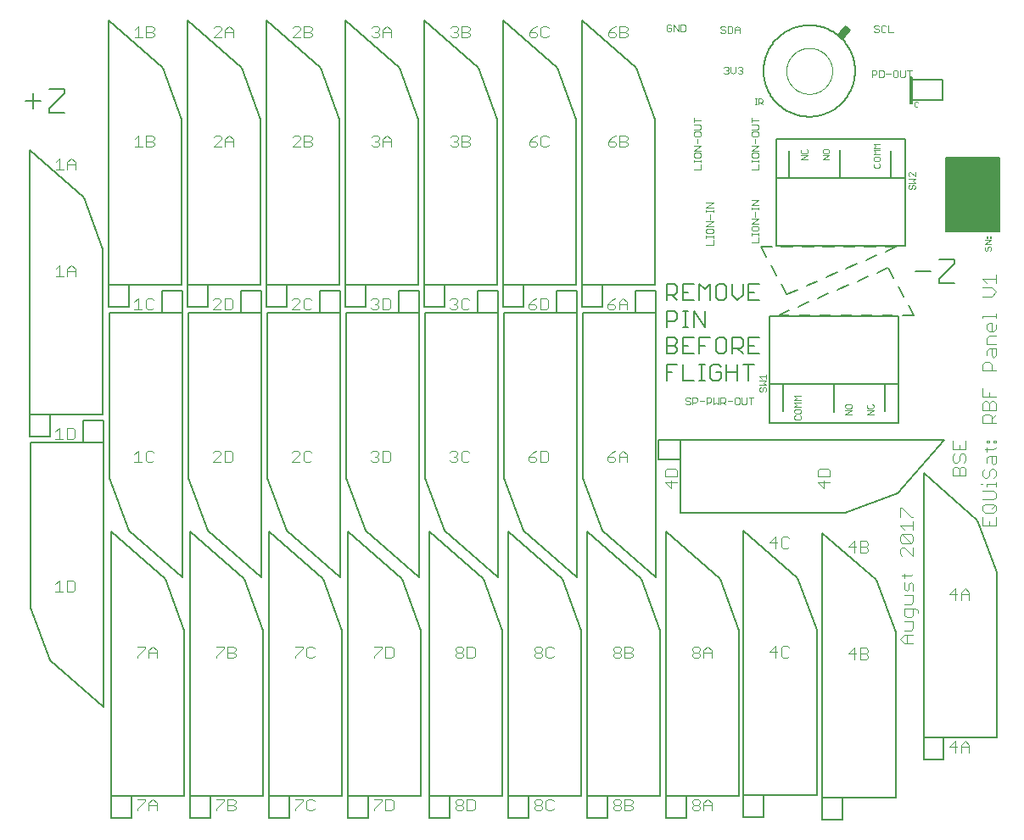
<source format=gto>
G75*
%MOIN*%
%OFA0B0*%
%FSLAX25Y25*%
%IPPOS*%
%LPD*%
%AMOC8*
5,1,8,0,0,1.08239X$1,22.5*
%
%ADD10C,0.00400*%
%ADD11C,0.00600*%
%ADD12C,0.00800*%
%ADD13C,0.00200*%
%ADD14C,0.00500*%
%ADD15C,0.00197*%
%ADD16C,0.00000*%
D10*
X0080047Y0052000D02*
X0080047Y0052767D01*
X0083117Y0055837D01*
X0083117Y0056604D01*
X0080047Y0056604D01*
X0084651Y0055069D02*
X0086186Y0056604D01*
X0087720Y0055069D01*
X0087720Y0052000D01*
X0087720Y0054302D02*
X0084651Y0054302D01*
X0084651Y0055069D02*
X0084651Y0052000D01*
X0111047Y0052000D02*
X0111047Y0052767D01*
X0114117Y0055837D01*
X0114117Y0056604D01*
X0111047Y0056604D01*
X0115651Y0056604D02*
X0117953Y0056604D01*
X0118720Y0055837D01*
X0118720Y0055069D01*
X0117953Y0054302D01*
X0115651Y0054302D01*
X0115651Y0052000D02*
X0115651Y0056604D01*
X0117953Y0054302D02*
X0118720Y0053535D01*
X0118720Y0052767D01*
X0117953Y0052000D01*
X0115651Y0052000D01*
X0142047Y0052000D02*
X0142047Y0052767D01*
X0145117Y0055837D01*
X0145117Y0056604D01*
X0142047Y0056604D01*
X0146651Y0055837D02*
X0146651Y0052767D01*
X0147418Y0052000D01*
X0148953Y0052000D01*
X0149720Y0052767D01*
X0149720Y0055837D02*
X0148953Y0056604D01*
X0147418Y0056604D01*
X0146651Y0055837D01*
X0173047Y0056604D02*
X0176117Y0056604D01*
X0176117Y0055837D01*
X0173047Y0052767D01*
X0173047Y0052000D01*
X0177651Y0052000D02*
X0177651Y0056604D01*
X0179953Y0056604D01*
X0180720Y0055837D01*
X0180720Y0052767D01*
X0179953Y0052000D01*
X0177651Y0052000D01*
X0205024Y0052767D02*
X0205024Y0053535D01*
X0205791Y0054302D01*
X0207326Y0054302D01*
X0208093Y0053535D01*
X0208093Y0052767D01*
X0207326Y0052000D01*
X0205791Y0052000D01*
X0205024Y0052767D01*
X0205791Y0054302D02*
X0205024Y0055069D01*
X0205024Y0055837D01*
X0205791Y0056604D01*
X0207326Y0056604D01*
X0208093Y0055837D01*
X0208093Y0055069D01*
X0207326Y0054302D01*
X0209628Y0056604D02*
X0209628Y0052000D01*
X0211930Y0052000D01*
X0212697Y0052767D01*
X0212697Y0055837D01*
X0211930Y0056604D01*
X0209628Y0056604D01*
X0236024Y0055837D02*
X0236024Y0055069D01*
X0236791Y0054302D01*
X0238326Y0054302D01*
X0239093Y0053535D01*
X0239093Y0052767D01*
X0238326Y0052000D01*
X0236791Y0052000D01*
X0236024Y0052767D01*
X0236024Y0053535D01*
X0236791Y0054302D01*
X0238326Y0054302D02*
X0239093Y0055069D01*
X0239093Y0055837D01*
X0238326Y0056604D01*
X0236791Y0056604D01*
X0236024Y0055837D01*
X0240628Y0055837D02*
X0241395Y0056604D01*
X0242930Y0056604D01*
X0243697Y0055837D01*
X0240628Y0055837D02*
X0240628Y0052767D01*
X0241395Y0052000D01*
X0242930Y0052000D01*
X0243697Y0052767D01*
X0267024Y0052767D02*
X0267024Y0053535D01*
X0267791Y0054302D01*
X0269326Y0054302D01*
X0270093Y0053535D01*
X0270093Y0052767D01*
X0269326Y0052000D01*
X0267791Y0052000D01*
X0267024Y0052767D01*
X0267791Y0054302D02*
X0267024Y0055069D01*
X0267024Y0055837D01*
X0267791Y0056604D01*
X0269326Y0056604D01*
X0270093Y0055837D01*
X0270093Y0055069D01*
X0269326Y0054302D01*
X0271628Y0054302D02*
X0273930Y0054302D01*
X0274697Y0053535D01*
X0274697Y0052767D01*
X0273930Y0052000D01*
X0271628Y0052000D01*
X0271628Y0056604D01*
X0273930Y0056604D01*
X0274697Y0055837D01*
X0274697Y0055069D01*
X0273930Y0054302D01*
X0298024Y0055069D02*
X0298024Y0055837D01*
X0298791Y0056604D01*
X0300326Y0056604D01*
X0301093Y0055837D01*
X0301093Y0055069D01*
X0300326Y0054302D01*
X0298791Y0054302D01*
X0298024Y0055069D01*
X0298791Y0054302D02*
X0298024Y0053535D01*
X0298024Y0052767D01*
X0298791Y0052000D01*
X0300326Y0052000D01*
X0301093Y0052767D01*
X0301093Y0053535D01*
X0300326Y0054302D01*
X0302628Y0054302D02*
X0305697Y0054302D01*
X0305697Y0055069D02*
X0305697Y0052000D01*
X0305697Y0055069D02*
X0304162Y0056604D01*
X0302628Y0055069D01*
X0302628Y0052000D01*
X0302628Y0112000D02*
X0302628Y0115069D01*
X0304162Y0116604D01*
X0305697Y0115069D01*
X0305697Y0112000D01*
X0305697Y0114302D02*
X0302628Y0114302D01*
X0301093Y0115069D02*
X0300326Y0114302D01*
X0298791Y0114302D01*
X0298024Y0115069D01*
X0298024Y0115837D01*
X0298791Y0116604D01*
X0300326Y0116604D01*
X0301093Y0115837D01*
X0301093Y0115069D01*
X0300326Y0114302D02*
X0301093Y0113535D01*
X0301093Y0112767D01*
X0300326Y0112000D01*
X0298791Y0112000D01*
X0298024Y0112767D01*
X0298024Y0113535D01*
X0298791Y0114302D01*
X0274697Y0113535D02*
X0274697Y0112767D01*
X0273930Y0112000D01*
X0271628Y0112000D01*
X0271628Y0116604D01*
X0273930Y0116604D01*
X0274697Y0115837D01*
X0274697Y0115069D01*
X0273930Y0114302D01*
X0271628Y0114302D01*
X0270093Y0115069D02*
X0269326Y0114302D01*
X0267791Y0114302D01*
X0267024Y0115069D01*
X0267024Y0115837D01*
X0267791Y0116604D01*
X0269326Y0116604D01*
X0270093Y0115837D01*
X0270093Y0115069D01*
X0269326Y0114302D02*
X0270093Y0113535D01*
X0270093Y0112767D01*
X0269326Y0112000D01*
X0267791Y0112000D01*
X0267024Y0112767D01*
X0267024Y0113535D01*
X0267791Y0114302D01*
X0273930Y0114302D02*
X0274697Y0113535D01*
X0243697Y0112767D02*
X0242930Y0112000D01*
X0241395Y0112000D01*
X0240628Y0112767D01*
X0240628Y0115837D01*
X0241395Y0116604D01*
X0242930Y0116604D01*
X0243697Y0115837D01*
X0239093Y0115837D02*
X0239093Y0115069D01*
X0238326Y0114302D01*
X0236791Y0114302D01*
X0236024Y0115069D01*
X0236024Y0115837D01*
X0236791Y0116604D01*
X0238326Y0116604D01*
X0239093Y0115837D01*
X0238326Y0114302D02*
X0239093Y0113535D01*
X0239093Y0112767D01*
X0238326Y0112000D01*
X0236791Y0112000D01*
X0236024Y0112767D01*
X0236024Y0113535D01*
X0236791Y0114302D01*
X0212697Y0112767D02*
X0211930Y0112000D01*
X0209628Y0112000D01*
X0209628Y0116604D01*
X0211930Y0116604D01*
X0212697Y0115837D01*
X0212697Y0112767D01*
X0208093Y0112767D02*
X0207326Y0112000D01*
X0205791Y0112000D01*
X0205024Y0112767D01*
X0205024Y0113535D01*
X0205791Y0114302D01*
X0207326Y0114302D01*
X0208093Y0113535D01*
X0208093Y0112767D01*
X0207326Y0114302D02*
X0208093Y0115069D01*
X0208093Y0115837D01*
X0207326Y0116604D01*
X0205791Y0116604D01*
X0205024Y0115837D01*
X0205024Y0115069D01*
X0205791Y0114302D01*
X0180720Y0115837D02*
X0179953Y0116604D01*
X0177651Y0116604D01*
X0177651Y0112000D01*
X0179953Y0112000D01*
X0180720Y0112767D01*
X0180720Y0115837D01*
X0176117Y0115837D02*
X0173047Y0112767D01*
X0173047Y0112000D01*
X0173047Y0116604D02*
X0176117Y0116604D01*
X0176117Y0115837D01*
X0149720Y0115837D02*
X0148953Y0116604D01*
X0147418Y0116604D01*
X0146651Y0115837D01*
X0146651Y0112767D01*
X0147418Y0112000D01*
X0148953Y0112000D01*
X0149720Y0112767D01*
X0145117Y0115837D02*
X0142047Y0112767D01*
X0142047Y0112000D01*
X0142047Y0116604D02*
X0145117Y0116604D01*
X0145117Y0115837D01*
X0118720Y0115837D02*
X0118720Y0115069D01*
X0117953Y0114302D01*
X0115651Y0114302D01*
X0114117Y0115837D02*
X0111047Y0112767D01*
X0111047Y0112000D01*
X0111047Y0116604D02*
X0114117Y0116604D01*
X0114117Y0115837D01*
X0115651Y0116604D02*
X0117953Y0116604D01*
X0118720Y0115837D01*
X0117953Y0114302D02*
X0118720Y0113535D01*
X0118720Y0112767D01*
X0117953Y0112000D01*
X0115651Y0112000D01*
X0115651Y0116604D01*
X0087720Y0115069D02*
X0087720Y0112000D01*
X0087720Y0114302D02*
X0084651Y0114302D01*
X0084651Y0115069D02*
X0086186Y0116604D01*
X0087720Y0115069D01*
X0084651Y0115069D02*
X0084651Y0112000D01*
X0083117Y0115837D02*
X0080047Y0112767D01*
X0080047Y0112000D01*
X0080047Y0116604D02*
X0083117Y0116604D01*
X0083117Y0115837D01*
X0055513Y0138767D02*
X0055513Y0141837D01*
X0054745Y0142604D01*
X0052443Y0142604D01*
X0052443Y0138000D01*
X0054745Y0138000D01*
X0055513Y0138767D01*
X0050909Y0138000D02*
X0047839Y0138000D01*
X0049374Y0138000D02*
X0049374Y0142604D01*
X0047839Y0141069D01*
X0078839Y0189000D02*
X0081909Y0189000D01*
X0080374Y0189000D02*
X0080374Y0193604D01*
X0078839Y0192069D01*
X0083443Y0192837D02*
X0083443Y0189767D01*
X0084211Y0189000D01*
X0085745Y0189000D01*
X0086513Y0189767D01*
X0086513Y0192837D02*
X0085745Y0193604D01*
X0084211Y0193604D01*
X0083443Y0192837D01*
X0109839Y0192837D02*
X0110607Y0193604D01*
X0112141Y0193604D01*
X0112909Y0192837D01*
X0112909Y0192069D01*
X0109839Y0189000D01*
X0112909Y0189000D01*
X0114443Y0189000D02*
X0116745Y0189000D01*
X0117513Y0189767D01*
X0117513Y0192837D01*
X0116745Y0193604D01*
X0114443Y0193604D01*
X0114443Y0189000D01*
X0140839Y0189000D02*
X0143909Y0192069D01*
X0143909Y0192837D01*
X0143141Y0193604D01*
X0141607Y0193604D01*
X0140839Y0192837D01*
X0140839Y0189000D02*
X0143909Y0189000D01*
X0145443Y0189767D02*
X0145443Y0192837D01*
X0146211Y0193604D01*
X0147745Y0193604D01*
X0148513Y0192837D01*
X0148513Y0189767D02*
X0147745Y0189000D01*
X0146211Y0189000D01*
X0145443Y0189767D01*
X0171839Y0189767D02*
X0172607Y0189000D01*
X0174141Y0189000D01*
X0174909Y0189767D01*
X0174909Y0190535D01*
X0174141Y0191302D01*
X0173374Y0191302D01*
X0174141Y0191302D02*
X0174909Y0192069D01*
X0174909Y0192837D01*
X0174141Y0193604D01*
X0172607Y0193604D01*
X0171839Y0192837D01*
X0176443Y0193604D02*
X0178745Y0193604D01*
X0179513Y0192837D01*
X0179513Y0189767D01*
X0178745Y0189000D01*
X0176443Y0189000D01*
X0176443Y0193604D01*
X0202839Y0192837D02*
X0203607Y0193604D01*
X0205141Y0193604D01*
X0205909Y0192837D01*
X0205909Y0192069D01*
X0205141Y0191302D01*
X0205909Y0190535D01*
X0205909Y0189767D01*
X0205141Y0189000D01*
X0203607Y0189000D01*
X0202839Y0189767D01*
X0204374Y0191302D02*
X0205141Y0191302D01*
X0207443Y0192837D02*
X0207443Y0189767D01*
X0208211Y0189000D01*
X0209745Y0189000D01*
X0210513Y0189767D01*
X0210513Y0192837D02*
X0209745Y0193604D01*
X0208211Y0193604D01*
X0207443Y0192837D01*
X0233839Y0191302D02*
X0236141Y0191302D01*
X0236909Y0190535D01*
X0236909Y0189767D01*
X0236141Y0189000D01*
X0234607Y0189000D01*
X0233839Y0189767D01*
X0233839Y0191302D01*
X0235374Y0192837D01*
X0236909Y0193604D01*
X0238443Y0193604D02*
X0238443Y0189000D01*
X0240745Y0189000D01*
X0241513Y0189767D01*
X0241513Y0192837D01*
X0240745Y0193604D01*
X0238443Y0193604D01*
X0264839Y0191302D02*
X0267141Y0191302D01*
X0267909Y0190535D01*
X0267909Y0189767D01*
X0267141Y0189000D01*
X0265607Y0189000D01*
X0264839Y0189767D01*
X0264839Y0191302D01*
X0266374Y0192837D01*
X0267909Y0193604D01*
X0269443Y0192069D02*
X0270978Y0193604D01*
X0272513Y0192069D01*
X0272513Y0189000D01*
X0272513Y0191302D02*
X0269443Y0191302D01*
X0269443Y0192069D02*
X0269443Y0189000D01*
X0287516Y0185769D02*
X0287516Y0183467D01*
X0292120Y0183467D01*
X0292120Y0185769D01*
X0291352Y0186536D01*
X0288283Y0186536D01*
X0287516Y0185769D01*
X0289818Y0181932D02*
X0289818Y0178863D01*
X0287516Y0181165D01*
X0292120Y0181165D01*
X0328520Y0157515D02*
X0331589Y0157515D01*
X0333124Y0159049D02*
X0333891Y0159817D01*
X0335426Y0159817D01*
X0336193Y0159049D01*
X0336193Y0155980D02*
X0335426Y0155213D01*
X0333891Y0155213D01*
X0333124Y0155980D01*
X0333124Y0159049D01*
X0330822Y0159817D02*
X0328520Y0157515D01*
X0330822Y0155213D02*
X0330822Y0159817D01*
X0349818Y0178863D02*
X0347516Y0181165D01*
X0352120Y0181165D01*
X0352120Y0183467D02*
X0347516Y0183467D01*
X0347516Y0185769D01*
X0348283Y0186536D01*
X0351352Y0186536D01*
X0352120Y0185769D01*
X0352120Y0183467D01*
X0349818Y0181932D02*
X0349818Y0178863D01*
X0361822Y0158013D02*
X0359520Y0155711D01*
X0362589Y0155711D01*
X0364124Y0155711D02*
X0366426Y0155711D01*
X0367193Y0154944D01*
X0367193Y0154177D01*
X0366426Y0153409D01*
X0364124Y0153409D01*
X0364124Y0158013D01*
X0366426Y0158013D01*
X0367193Y0157246D01*
X0367193Y0156479D01*
X0366426Y0155711D01*
X0361822Y0153409D02*
X0361822Y0158013D01*
X0379742Y0158187D02*
X0379742Y0159922D01*
X0380609Y0160789D01*
X0384079Y0157320D01*
X0384946Y0158187D01*
X0384946Y0159922D01*
X0384079Y0160789D01*
X0380609Y0160789D01*
X0381477Y0162476D02*
X0379742Y0164211D01*
X0384946Y0164211D01*
X0384946Y0162476D02*
X0384946Y0165946D01*
X0384946Y0167633D02*
X0384079Y0167633D01*
X0380609Y0171102D01*
X0379742Y0171102D01*
X0379742Y0167633D01*
X0379742Y0158187D02*
X0380609Y0157320D01*
X0384079Y0157320D01*
X0384946Y0155633D02*
X0384946Y0152163D01*
X0381477Y0155633D01*
X0380609Y0155633D01*
X0379742Y0154766D01*
X0379742Y0153031D01*
X0380609Y0152163D01*
X0381477Y0145304D02*
X0381477Y0143569D01*
X0380609Y0144437D02*
X0384079Y0144437D01*
X0384946Y0145304D01*
X0384079Y0141883D02*
X0383212Y0141015D01*
X0383212Y0139280D01*
X0382344Y0138413D01*
X0381477Y0139280D01*
X0381477Y0141883D01*
X0384079Y0141883D02*
X0384946Y0141015D01*
X0384946Y0138413D01*
X0384946Y0136726D02*
X0381477Y0136726D01*
X0381477Y0133257D02*
X0384079Y0133257D01*
X0384946Y0134124D01*
X0384946Y0136726D01*
X0384946Y0131570D02*
X0384946Y0128968D01*
X0384079Y0128100D01*
X0382344Y0128100D01*
X0381477Y0128968D01*
X0381477Y0131570D01*
X0385814Y0131570D01*
X0386681Y0130702D01*
X0386681Y0129835D01*
X0384946Y0126413D02*
X0381477Y0126413D01*
X0381477Y0122944D02*
X0384079Y0122944D01*
X0384946Y0123811D01*
X0384946Y0126413D01*
X0384946Y0121257D02*
X0381477Y0121257D01*
X0379742Y0119522D01*
X0381477Y0117787D01*
X0384946Y0117787D01*
X0382344Y0117787D02*
X0382344Y0121257D01*
X0367193Y0115246D02*
X0367193Y0114479D01*
X0366426Y0113711D01*
X0364124Y0113711D01*
X0362589Y0113711D02*
X0359520Y0113711D01*
X0361822Y0116013D01*
X0361822Y0111409D01*
X0364124Y0111409D02*
X0366426Y0111409D01*
X0367193Y0112177D01*
X0367193Y0112944D01*
X0366426Y0113711D01*
X0367193Y0115246D02*
X0366426Y0116013D01*
X0364124Y0116013D01*
X0364124Y0111409D01*
X0336193Y0112980D02*
X0335426Y0112213D01*
X0333891Y0112213D01*
X0333124Y0112980D01*
X0333124Y0116049D01*
X0333891Y0116817D01*
X0335426Y0116817D01*
X0336193Y0116049D01*
X0331589Y0114515D02*
X0328520Y0114515D01*
X0330822Y0116817D01*
X0330822Y0112213D01*
X0399220Y0137200D02*
X0402290Y0137200D01*
X0403824Y0137200D02*
X0406894Y0137200D01*
X0406894Y0137967D02*
X0406894Y0134898D01*
X0406894Y0137967D02*
X0405359Y0139502D01*
X0403824Y0137967D01*
X0403824Y0134898D01*
X0401522Y0134898D02*
X0401522Y0139502D01*
X0399220Y0137200D01*
X0412199Y0164028D02*
X0417403Y0164028D01*
X0417403Y0167497D01*
X0416536Y0169184D02*
X0413066Y0169184D01*
X0412199Y0170051D01*
X0412199Y0171786D01*
X0413066Y0172654D01*
X0416536Y0172654D01*
X0417403Y0171786D01*
X0417403Y0170051D01*
X0416536Y0169184D01*
X0415668Y0170919D02*
X0417403Y0172654D01*
X0416536Y0174340D02*
X0412199Y0174340D01*
X0412199Y0177810D02*
X0416536Y0177810D01*
X0417403Y0176943D01*
X0417403Y0175208D01*
X0416536Y0174340D01*
X0417403Y0179497D02*
X0417403Y0181232D01*
X0417403Y0180364D02*
X0413934Y0180364D01*
X0413934Y0179497D01*
X0412199Y0180364D02*
X0411331Y0180364D01*
X0413066Y0182934D02*
X0413934Y0182934D01*
X0414801Y0183802D01*
X0414801Y0185537D01*
X0415668Y0186404D01*
X0416536Y0186404D01*
X0417403Y0185537D01*
X0417403Y0183802D01*
X0416536Y0182934D01*
X0413066Y0182934D02*
X0412199Y0183802D01*
X0412199Y0185537D01*
X0413066Y0186404D01*
X0413934Y0188958D02*
X0413934Y0190693D01*
X0414801Y0191560D01*
X0417403Y0191560D01*
X0417403Y0188958D01*
X0416536Y0188091D01*
X0415668Y0188958D01*
X0415668Y0191560D01*
X0413934Y0193247D02*
X0413934Y0194982D01*
X0413066Y0194115D02*
X0416536Y0194115D01*
X0417403Y0194982D01*
X0417403Y0196685D02*
X0416536Y0196685D01*
X0416536Y0197552D01*
X0417403Y0197552D01*
X0417403Y0196685D01*
X0414801Y0196685D02*
X0414801Y0197552D01*
X0413934Y0197552D01*
X0413934Y0196685D01*
X0414801Y0196685D01*
X0405616Y0197538D02*
X0405616Y0194069D01*
X0400411Y0194069D01*
X0400411Y0197538D01*
X0403014Y0195804D02*
X0403014Y0194069D01*
X0403881Y0192382D02*
X0404748Y0192382D01*
X0405616Y0191515D01*
X0405616Y0189780D01*
X0404748Y0188912D01*
X0404748Y0187226D02*
X0403881Y0187226D01*
X0403014Y0186358D01*
X0403014Y0183756D01*
X0405616Y0183756D02*
X0400411Y0183756D01*
X0400411Y0186358D01*
X0401279Y0187226D01*
X0402146Y0187226D01*
X0403014Y0186358D01*
X0404748Y0187226D02*
X0405616Y0186358D01*
X0405616Y0183756D01*
X0402146Y0188912D02*
X0403014Y0189780D01*
X0403014Y0191515D01*
X0403881Y0192382D01*
X0401279Y0192382D02*
X0400411Y0191515D01*
X0400411Y0189780D01*
X0401279Y0188912D01*
X0402146Y0188912D01*
X0412199Y0204419D02*
X0412199Y0207022D01*
X0413066Y0207889D01*
X0414801Y0207889D01*
X0415668Y0207022D01*
X0415668Y0204419D01*
X0415668Y0206154D02*
X0417403Y0207889D01*
X0417403Y0209576D02*
X0417403Y0212178D01*
X0416536Y0213045D01*
X0415668Y0213045D01*
X0414801Y0212178D01*
X0414801Y0209576D01*
X0414801Y0212178D02*
X0413934Y0213045D01*
X0413066Y0213045D01*
X0412199Y0212178D01*
X0412199Y0209576D01*
X0417403Y0209576D01*
X0417403Y0214732D02*
X0412199Y0214732D01*
X0412199Y0218202D01*
X0414801Y0216467D02*
X0414801Y0214732D01*
X0417403Y0204419D02*
X0412199Y0204419D01*
X0412199Y0225045D02*
X0412199Y0227647D01*
X0413066Y0228515D01*
X0414801Y0228515D01*
X0415668Y0227647D01*
X0415668Y0225045D01*
X0417403Y0225045D02*
X0412199Y0225045D01*
X0413934Y0231069D02*
X0413934Y0232804D01*
X0414801Y0233671D01*
X0417403Y0233671D01*
X0417403Y0231069D01*
X0416536Y0230201D01*
X0415668Y0231069D01*
X0415668Y0233671D01*
X0413934Y0235358D02*
X0413934Y0237960D01*
X0414801Y0238827D01*
X0417403Y0238827D01*
X0416536Y0240514D02*
X0414801Y0240514D01*
X0413934Y0241382D01*
X0413934Y0243116D01*
X0414801Y0243984D01*
X0415668Y0243984D01*
X0415668Y0240514D01*
X0416536Y0240514D02*
X0417403Y0241382D01*
X0417403Y0243116D01*
X0417403Y0245671D02*
X0417403Y0247405D01*
X0417403Y0246538D02*
X0412199Y0246538D01*
X0412199Y0245671D01*
X0412199Y0254265D02*
X0415668Y0254265D01*
X0417403Y0255999D01*
X0415668Y0257734D01*
X0412199Y0257734D01*
X0413934Y0259421D02*
X0412199Y0261156D01*
X0417403Y0261156D01*
X0417403Y0259421D02*
X0417403Y0262891D01*
X0417403Y0235358D02*
X0413934Y0235358D01*
X0412199Y0167497D02*
X0412199Y0164028D01*
X0414801Y0164028D02*
X0414801Y0165762D01*
X0405359Y0079502D02*
X0403824Y0077967D01*
X0403824Y0074898D01*
X0401522Y0074898D02*
X0401522Y0079502D01*
X0399220Y0077200D01*
X0402290Y0077200D01*
X0403824Y0077200D02*
X0406894Y0077200D01*
X0406894Y0077967D02*
X0406894Y0074898D01*
X0406894Y0077967D02*
X0405359Y0079502D01*
X0272513Y0249000D02*
X0272513Y0252069D01*
X0270978Y0253604D01*
X0269443Y0252069D01*
X0269443Y0249000D01*
X0267909Y0249767D02*
X0267909Y0250535D01*
X0267141Y0251302D01*
X0264839Y0251302D01*
X0264839Y0249767D01*
X0265607Y0249000D01*
X0267141Y0249000D01*
X0267909Y0249767D01*
X0269443Y0251302D02*
X0272513Y0251302D01*
X0267909Y0253604D02*
X0266374Y0252837D01*
X0264839Y0251302D01*
X0241513Y0252837D02*
X0240745Y0253604D01*
X0238443Y0253604D01*
X0238443Y0249000D01*
X0240745Y0249000D01*
X0241513Y0249767D01*
X0241513Y0252837D01*
X0236909Y0253604D02*
X0235374Y0252837D01*
X0233839Y0251302D01*
X0236141Y0251302D01*
X0236909Y0250535D01*
X0236909Y0249767D01*
X0236141Y0249000D01*
X0234607Y0249000D01*
X0233839Y0249767D01*
X0233839Y0251302D01*
X0210513Y0252837D02*
X0209745Y0253604D01*
X0208211Y0253604D01*
X0207443Y0252837D01*
X0207443Y0249767D01*
X0208211Y0249000D01*
X0209745Y0249000D01*
X0210513Y0249767D01*
X0205909Y0249767D02*
X0205141Y0249000D01*
X0203607Y0249000D01*
X0202839Y0249767D01*
X0204374Y0251302D02*
X0205141Y0251302D01*
X0205909Y0250535D01*
X0205909Y0249767D01*
X0205141Y0251302D02*
X0205909Y0252069D01*
X0205909Y0252837D01*
X0205141Y0253604D01*
X0203607Y0253604D01*
X0202839Y0252837D01*
X0179513Y0252837D02*
X0178745Y0253604D01*
X0176443Y0253604D01*
X0176443Y0249000D01*
X0178745Y0249000D01*
X0179513Y0249767D01*
X0179513Y0252837D01*
X0174909Y0252837D02*
X0174141Y0253604D01*
X0172607Y0253604D01*
X0171839Y0252837D01*
X0173374Y0251302D02*
X0174141Y0251302D01*
X0174909Y0250535D01*
X0174909Y0249767D01*
X0174141Y0249000D01*
X0172607Y0249000D01*
X0171839Y0249767D01*
X0174141Y0251302D02*
X0174909Y0252069D01*
X0174909Y0252837D01*
X0148513Y0252837D02*
X0147745Y0253604D01*
X0146211Y0253604D01*
X0145443Y0252837D01*
X0145443Y0249767D01*
X0146211Y0249000D01*
X0147745Y0249000D01*
X0148513Y0249767D01*
X0143909Y0249000D02*
X0140839Y0249000D01*
X0143909Y0252069D01*
X0143909Y0252837D01*
X0143141Y0253604D01*
X0141607Y0253604D01*
X0140839Y0252837D01*
X0117513Y0252837D02*
X0116745Y0253604D01*
X0114443Y0253604D01*
X0114443Y0249000D01*
X0116745Y0249000D01*
X0117513Y0249767D01*
X0117513Y0252837D01*
X0112909Y0252837D02*
X0112141Y0253604D01*
X0110607Y0253604D01*
X0109839Y0252837D01*
X0112909Y0252837D02*
X0112909Y0252069D01*
X0109839Y0249000D01*
X0112909Y0249000D01*
X0086513Y0249767D02*
X0085745Y0249000D01*
X0084211Y0249000D01*
X0083443Y0249767D01*
X0083443Y0252837D01*
X0084211Y0253604D01*
X0085745Y0253604D01*
X0086513Y0252837D01*
X0081909Y0249000D02*
X0078839Y0249000D01*
X0080374Y0249000D02*
X0080374Y0253604D01*
X0078839Y0252069D01*
X0055720Y0262000D02*
X0055720Y0265069D01*
X0054186Y0266604D01*
X0052651Y0265069D01*
X0052651Y0262000D01*
X0051117Y0262000D02*
X0048047Y0262000D01*
X0049582Y0262000D02*
X0049582Y0266604D01*
X0048047Y0265069D01*
X0052651Y0264302D02*
X0055720Y0264302D01*
X0055720Y0304000D02*
X0055720Y0307069D01*
X0054186Y0308604D01*
X0052651Y0307069D01*
X0052651Y0304000D01*
X0051117Y0304000D02*
X0048047Y0304000D01*
X0049582Y0304000D02*
X0049582Y0308604D01*
X0048047Y0307069D01*
X0052651Y0306302D02*
X0055720Y0306302D01*
X0079047Y0313000D02*
X0082117Y0313000D01*
X0083651Y0313000D02*
X0083651Y0317604D01*
X0085953Y0317604D01*
X0086720Y0316837D01*
X0086720Y0316069D01*
X0085953Y0315302D01*
X0083651Y0315302D01*
X0083651Y0313000D02*
X0085953Y0313000D01*
X0086720Y0313767D01*
X0086720Y0314535D01*
X0085953Y0315302D01*
X0080582Y0317604D02*
X0080582Y0313000D01*
X0079047Y0316069D02*
X0080582Y0317604D01*
X0110047Y0316837D02*
X0110815Y0317604D01*
X0112349Y0317604D01*
X0113117Y0316837D01*
X0113117Y0316069D01*
X0110047Y0313000D01*
X0113117Y0313000D01*
X0114651Y0313000D02*
X0114651Y0316069D01*
X0116186Y0317604D01*
X0117720Y0316069D01*
X0117720Y0313000D01*
X0117720Y0315302D02*
X0114651Y0315302D01*
X0141047Y0316837D02*
X0141815Y0317604D01*
X0143349Y0317604D01*
X0144117Y0316837D01*
X0144117Y0316069D01*
X0141047Y0313000D01*
X0144117Y0313000D01*
X0145651Y0313000D02*
X0147953Y0313000D01*
X0148720Y0313767D01*
X0148720Y0314535D01*
X0147953Y0315302D01*
X0145651Y0315302D01*
X0145651Y0317604D02*
X0147953Y0317604D01*
X0148720Y0316837D01*
X0148720Y0316069D01*
X0147953Y0315302D01*
X0145651Y0313000D02*
X0145651Y0317604D01*
X0172047Y0316837D02*
X0172815Y0317604D01*
X0174349Y0317604D01*
X0175117Y0316837D01*
X0175117Y0316069D01*
X0174349Y0315302D01*
X0175117Y0314535D01*
X0175117Y0313767D01*
X0174349Y0313000D01*
X0172815Y0313000D01*
X0172047Y0313767D01*
X0173582Y0315302D02*
X0174349Y0315302D01*
X0176651Y0315302D02*
X0179720Y0315302D01*
X0179720Y0316069D02*
X0179720Y0313000D01*
X0176651Y0313000D02*
X0176651Y0316069D01*
X0178186Y0317604D01*
X0179720Y0316069D01*
X0203047Y0316837D02*
X0203815Y0317604D01*
X0205349Y0317604D01*
X0206117Y0316837D01*
X0206117Y0316069D01*
X0205349Y0315302D01*
X0206117Y0314535D01*
X0206117Y0313767D01*
X0205349Y0313000D01*
X0203815Y0313000D01*
X0203047Y0313767D01*
X0204582Y0315302D02*
X0205349Y0315302D01*
X0207651Y0315302D02*
X0209953Y0315302D01*
X0210720Y0314535D01*
X0210720Y0313767D01*
X0209953Y0313000D01*
X0207651Y0313000D01*
X0207651Y0317604D01*
X0209953Y0317604D01*
X0210720Y0316837D01*
X0210720Y0316069D01*
X0209953Y0315302D01*
X0234047Y0315302D02*
X0234047Y0313767D01*
X0234815Y0313000D01*
X0236349Y0313000D01*
X0237117Y0313767D01*
X0237117Y0314535D01*
X0236349Y0315302D01*
X0234047Y0315302D01*
X0235582Y0316837D01*
X0237117Y0317604D01*
X0238651Y0316837D02*
X0238651Y0313767D01*
X0239418Y0313000D01*
X0240953Y0313000D01*
X0241720Y0313767D01*
X0241720Y0316837D02*
X0240953Y0317604D01*
X0239418Y0317604D01*
X0238651Y0316837D01*
X0265047Y0315302D02*
X0265047Y0313767D01*
X0265815Y0313000D01*
X0267349Y0313000D01*
X0268117Y0313767D01*
X0268117Y0314535D01*
X0267349Y0315302D01*
X0265047Y0315302D01*
X0266582Y0316837D01*
X0268117Y0317604D01*
X0269651Y0317604D02*
X0271953Y0317604D01*
X0272720Y0316837D01*
X0272720Y0316069D01*
X0271953Y0315302D01*
X0269651Y0315302D01*
X0269651Y0313000D02*
X0269651Y0317604D01*
X0271953Y0315302D02*
X0272720Y0314535D01*
X0272720Y0313767D01*
X0271953Y0313000D01*
X0269651Y0313000D01*
X0269651Y0356000D02*
X0271953Y0356000D01*
X0272720Y0356767D01*
X0272720Y0357535D01*
X0271953Y0358302D01*
X0269651Y0358302D01*
X0268117Y0357535D02*
X0267349Y0358302D01*
X0265047Y0358302D01*
X0265047Y0356767D01*
X0265815Y0356000D01*
X0267349Y0356000D01*
X0268117Y0356767D01*
X0268117Y0357535D01*
X0269651Y0356000D02*
X0269651Y0360604D01*
X0271953Y0360604D01*
X0272720Y0359837D01*
X0272720Y0359069D01*
X0271953Y0358302D01*
X0268117Y0360604D02*
X0266582Y0359837D01*
X0265047Y0358302D01*
X0241720Y0359837D02*
X0240953Y0360604D01*
X0239418Y0360604D01*
X0238651Y0359837D01*
X0238651Y0356767D01*
X0239418Y0356000D01*
X0240953Y0356000D01*
X0241720Y0356767D01*
X0237117Y0356767D02*
X0236349Y0356000D01*
X0234815Y0356000D01*
X0234047Y0356767D01*
X0234047Y0358302D01*
X0236349Y0358302D01*
X0237117Y0357535D01*
X0237117Y0356767D01*
X0235582Y0359837D02*
X0234047Y0358302D01*
X0235582Y0359837D02*
X0237117Y0360604D01*
X0210720Y0359837D02*
X0210720Y0359069D01*
X0209953Y0358302D01*
X0207651Y0358302D01*
X0206117Y0359069D02*
X0205349Y0358302D01*
X0206117Y0357535D01*
X0206117Y0356767D01*
X0205349Y0356000D01*
X0203815Y0356000D01*
X0203047Y0356767D01*
X0204582Y0358302D02*
X0205349Y0358302D01*
X0206117Y0359069D02*
X0206117Y0359837D01*
X0205349Y0360604D01*
X0203815Y0360604D01*
X0203047Y0359837D01*
X0207651Y0360604D02*
X0207651Y0356000D01*
X0209953Y0356000D01*
X0210720Y0356767D01*
X0210720Y0357535D01*
X0209953Y0358302D01*
X0210720Y0359837D02*
X0209953Y0360604D01*
X0207651Y0360604D01*
X0179720Y0359069D02*
X0179720Y0356000D01*
X0179720Y0358302D02*
X0176651Y0358302D01*
X0176651Y0359069D02*
X0178186Y0360604D01*
X0179720Y0359069D01*
X0176651Y0359069D02*
X0176651Y0356000D01*
X0175117Y0356767D02*
X0174349Y0356000D01*
X0172815Y0356000D01*
X0172047Y0356767D01*
X0173582Y0358302D02*
X0174349Y0358302D01*
X0175117Y0357535D01*
X0175117Y0356767D01*
X0174349Y0358302D02*
X0175117Y0359069D01*
X0175117Y0359837D01*
X0174349Y0360604D01*
X0172815Y0360604D01*
X0172047Y0359837D01*
X0148720Y0359837D02*
X0148720Y0359069D01*
X0147953Y0358302D01*
X0145651Y0358302D01*
X0144117Y0359069D02*
X0144117Y0359837D01*
X0143349Y0360604D01*
X0141815Y0360604D01*
X0141047Y0359837D01*
X0144117Y0359069D02*
X0141047Y0356000D01*
X0144117Y0356000D01*
X0145651Y0356000D02*
X0147953Y0356000D01*
X0148720Y0356767D01*
X0148720Y0357535D01*
X0147953Y0358302D01*
X0148720Y0359837D02*
X0147953Y0360604D01*
X0145651Y0360604D01*
X0145651Y0356000D01*
X0117720Y0356000D02*
X0117720Y0359069D01*
X0116186Y0360604D01*
X0114651Y0359069D01*
X0114651Y0356000D01*
X0113117Y0356000D02*
X0110047Y0356000D01*
X0113117Y0359069D01*
X0113117Y0359837D01*
X0112349Y0360604D01*
X0110815Y0360604D01*
X0110047Y0359837D01*
X0114651Y0358302D02*
X0117720Y0358302D01*
X0086720Y0357535D02*
X0086720Y0356767D01*
X0085953Y0356000D01*
X0083651Y0356000D01*
X0083651Y0360604D01*
X0085953Y0360604D01*
X0086720Y0359837D01*
X0086720Y0359069D01*
X0085953Y0358302D01*
X0083651Y0358302D01*
X0085953Y0358302D02*
X0086720Y0357535D01*
X0082117Y0356000D02*
X0079047Y0356000D01*
X0080582Y0356000D02*
X0080582Y0360604D01*
X0079047Y0359069D01*
X0054745Y0202604D02*
X0052443Y0202604D01*
X0052443Y0198000D01*
X0054745Y0198000D01*
X0055513Y0198767D01*
X0055513Y0201837D01*
X0054745Y0202604D01*
X0049374Y0202604D02*
X0049374Y0198000D01*
X0047839Y0198000D02*
X0050909Y0198000D01*
X0047839Y0201069D02*
X0049374Y0202604D01*
D11*
X0288006Y0221234D02*
X0288006Y0227639D01*
X0292276Y0227639D01*
X0294451Y0227639D02*
X0294451Y0221234D01*
X0298721Y0221234D01*
X0300897Y0221234D02*
X0303032Y0221234D01*
X0301964Y0221234D02*
X0301964Y0227639D01*
X0300897Y0227639D02*
X0303032Y0227639D01*
X0305194Y0226572D02*
X0305194Y0222301D01*
X0306261Y0221234D01*
X0308396Y0221234D01*
X0309464Y0222301D01*
X0309464Y0224437D01*
X0307329Y0224437D01*
X0309464Y0226572D02*
X0308396Y0227639D01*
X0306261Y0227639D01*
X0305194Y0226572D01*
X0308410Y0231734D02*
X0310545Y0231734D01*
X0311612Y0232801D01*
X0311612Y0237072D01*
X0310545Y0238139D01*
X0308410Y0238139D01*
X0307342Y0237072D01*
X0307342Y0232801D01*
X0308410Y0231734D01*
X0311639Y0227639D02*
X0311639Y0221234D01*
X0311639Y0224437D02*
X0315909Y0224437D01*
X0315909Y0227639D02*
X0315909Y0221234D01*
X0320220Y0221234D02*
X0320220Y0227639D01*
X0322355Y0227639D02*
X0318084Y0227639D01*
X0318058Y0231734D02*
X0315923Y0233869D01*
X0316990Y0233869D02*
X0313788Y0233869D01*
X0313788Y0231734D02*
X0313788Y0238139D01*
X0316990Y0238139D01*
X0318058Y0237072D01*
X0318058Y0234937D01*
X0316990Y0233869D01*
X0320233Y0234937D02*
X0322368Y0234937D01*
X0324503Y0238139D02*
X0320233Y0238139D01*
X0320233Y0231734D01*
X0324503Y0231734D01*
X0305167Y0238139D02*
X0300897Y0238139D01*
X0300897Y0231734D01*
X0298721Y0231734D02*
X0294451Y0231734D01*
X0294451Y0238139D01*
X0298721Y0238139D01*
X0296586Y0234937D02*
X0294451Y0234937D01*
X0292276Y0236004D02*
X0291208Y0234937D01*
X0288006Y0234937D01*
X0291208Y0234937D02*
X0292276Y0233869D01*
X0292276Y0232801D01*
X0291208Y0231734D01*
X0288006Y0231734D01*
X0288006Y0238139D01*
X0291208Y0238139D01*
X0292276Y0237072D01*
X0292276Y0236004D01*
X0294451Y0242234D02*
X0296586Y0242234D01*
X0295519Y0242234D02*
X0295519Y0248639D01*
X0296586Y0248639D02*
X0294451Y0248639D01*
X0292276Y0247572D02*
X0292276Y0245437D01*
X0291208Y0244369D01*
X0288006Y0244369D01*
X0288006Y0242234D02*
X0288006Y0248639D01*
X0291208Y0248639D01*
X0292276Y0247572D01*
X0292276Y0252734D02*
X0290141Y0254869D01*
X0291208Y0254869D02*
X0288006Y0254869D01*
X0288006Y0252734D02*
X0288006Y0259139D01*
X0291208Y0259139D01*
X0292276Y0258072D01*
X0292276Y0255937D01*
X0291208Y0254869D01*
X0294451Y0255937D02*
X0296586Y0255937D01*
X0294451Y0259139D02*
X0294451Y0252734D01*
X0298721Y0252734D01*
X0300897Y0252734D02*
X0300897Y0259139D01*
X0303032Y0257004D01*
X0305167Y0259139D01*
X0305167Y0252734D01*
X0307342Y0253801D02*
X0308410Y0252734D01*
X0310545Y0252734D01*
X0311612Y0253801D01*
X0311612Y0258072D01*
X0310545Y0259139D01*
X0308410Y0259139D01*
X0307342Y0258072D01*
X0307342Y0253801D01*
X0313788Y0254869D02*
X0313788Y0259139D01*
X0318058Y0259139D02*
X0318058Y0254869D01*
X0315923Y0252734D01*
X0313788Y0254869D01*
X0320233Y0255937D02*
X0322368Y0255937D01*
X0320233Y0259139D02*
X0320233Y0252734D01*
X0324503Y0252734D01*
X0324503Y0259139D02*
X0320233Y0259139D01*
X0303018Y0248639D02*
X0303018Y0242234D01*
X0298748Y0248639D01*
X0298748Y0242234D01*
X0300897Y0234937D02*
X0303032Y0234937D01*
X0290141Y0224437D02*
X0288006Y0224437D01*
X0294451Y0259139D02*
X0298721Y0259139D01*
X0397753Y0279776D02*
X0418674Y0279776D01*
X0418674Y0308926D01*
X0397753Y0308926D01*
X0397753Y0279776D01*
X0397753Y0280008D02*
X0418674Y0280008D01*
X0418674Y0280606D02*
X0397753Y0280606D01*
X0397753Y0281205D02*
X0418674Y0281205D01*
X0418674Y0281803D02*
X0397753Y0281803D01*
X0397753Y0282402D02*
X0418674Y0282402D01*
X0418674Y0283000D02*
X0397753Y0283000D01*
X0397753Y0283599D02*
X0418674Y0283599D01*
X0418674Y0284197D02*
X0397753Y0284197D01*
X0397753Y0284796D02*
X0418674Y0284796D01*
X0418674Y0285394D02*
X0397753Y0285394D01*
X0397753Y0285993D02*
X0418674Y0285993D01*
X0418674Y0286591D02*
X0397753Y0286591D01*
X0397753Y0287190D02*
X0418674Y0287190D01*
X0418674Y0287788D02*
X0397753Y0287788D01*
X0397753Y0288387D02*
X0418674Y0288387D01*
X0418674Y0288985D02*
X0397753Y0288985D01*
X0397753Y0289584D02*
X0418674Y0289584D01*
X0418674Y0290182D02*
X0397753Y0290182D01*
X0397753Y0290781D02*
X0418674Y0290781D01*
X0418674Y0291379D02*
X0397753Y0291379D01*
X0397753Y0291978D02*
X0418674Y0291978D01*
X0418674Y0292576D02*
X0397753Y0292576D01*
X0397753Y0293175D02*
X0418674Y0293175D01*
X0418674Y0293773D02*
X0397753Y0293773D01*
X0397753Y0294372D02*
X0418674Y0294372D01*
X0418674Y0294970D02*
X0397753Y0294970D01*
X0397753Y0295569D02*
X0418674Y0295569D01*
X0418674Y0296167D02*
X0397753Y0296167D01*
X0397753Y0296766D02*
X0418674Y0296766D01*
X0418674Y0297364D02*
X0397753Y0297364D01*
X0397753Y0297963D02*
X0418674Y0297963D01*
X0418674Y0298561D02*
X0397753Y0298561D01*
X0397753Y0299160D02*
X0418674Y0299160D01*
X0418674Y0299758D02*
X0397753Y0299758D01*
X0397753Y0300357D02*
X0418674Y0300357D01*
X0418674Y0300955D02*
X0397753Y0300955D01*
X0397753Y0301554D02*
X0418674Y0301554D01*
X0418674Y0302152D02*
X0397753Y0302152D01*
X0397753Y0302751D02*
X0418674Y0302751D01*
X0418674Y0303349D02*
X0397753Y0303349D01*
X0397753Y0303948D02*
X0418674Y0303948D01*
X0418674Y0304546D02*
X0397753Y0304546D01*
X0397753Y0305145D02*
X0418674Y0305145D01*
X0418674Y0305743D02*
X0397753Y0305743D01*
X0397753Y0306342D02*
X0418674Y0306342D01*
X0418674Y0306941D02*
X0397753Y0306941D01*
X0397753Y0307539D02*
X0418674Y0307539D01*
X0418674Y0308138D02*
X0397753Y0308138D01*
X0397753Y0308736D02*
X0418674Y0308736D01*
D12*
X0401178Y0268770D02*
X0395039Y0268770D01*
X0391970Y0264166D02*
X0385832Y0264166D01*
X0395039Y0261097D02*
X0395039Y0259562D01*
X0401178Y0259562D01*
X0395039Y0261097D02*
X0401178Y0267235D01*
X0401178Y0268770D01*
X0051483Y0326649D02*
X0045345Y0326649D01*
X0045345Y0328183D01*
X0051483Y0334322D01*
X0051483Y0335857D01*
X0045345Y0335857D01*
X0042276Y0331253D02*
X0036137Y0331253D01*
X0039206Y0334322D02*
X0039206Y0328183D01*
D13*
X0288034Y0358871D02*
X0288501Y0358404D01*
X0289435Y0358404D01*
X0289902Y0358871D01*
X0289902Y0359805D01*
X0288968Y0359805D01*
X0288034Y0360739D02*
X0288034Y0358871D01*
X0288034Y0360739D02*
X0288501Y0361206D01*
X0289435Y0361206D01*
X0289902Y0360739D01*
X0290796Y0361206D02*
X0292664Y0358404D01*
X0292664Y0361206D01*
X0293559Y0361206D02*
X0293559Y0358404D01*
X0294960Y0358404D01*
X0295427Y0358871D01*
X0295427Y0360739D01*
X0294960Y0361206D01*
X0293559Y0361206D01*
X0290796Y0361206D02*
X0290796Y0358404D01*
X0309294Y0358273D02*
X0309761Y0357806D01*
X0310695Y0357806D01*
X0311162Y0358273D01*
X0311162Y0358740D01*
X0310695Y0359207D01*
X0309761Y0359207D01*
X0309294Y0359674D01*
X0309294Y0360141D01*
X0309761Y0360608D01*
X0310695Y0360608D01*
X0311162Y0360141D01*
X0312056Y0360608D02*
X0313457Y0360608D01*
X0313924Y0360141D01*
X0313924Y0358273D01*
X0313457Y0357806D01*
X0312056Y0357806D01*
X0312056Y0360608D01*
X0314818Y0359674D02*
X0315753Y0360608D01*
X0316687Y0359674D01*
X0316687Y0357806D01*
X0316687Y0359207D02*
X0314818Y0359207D01*
X0314818Y0359674D02*
X0314818Y0357806D01*
X0315113Y0344482D02*
X0315113Y0342614D01*
X0314179Y0341680D01*
X0313245Y0342614D01*
X0313245Y0344482D01*
X0312351Y0344015D02*
X0312351Y0343548D01*
X0311884Y0343081D01*
X0312351Y0342614D01*
X0312351Y0342147D01*
X0311884Y0341680D01*
X0310950Y0341680D01*
X0310483Y0342147D01*
X0311417Y0343081D02*
X0311884Y0343081D01*
X0312351Y0344015D02*
X0311884Y0344482D01*
X0310950Y0344482D01*
X0310483Y0344015D01*
X0316007Y0344015D02*
X0316474Y0344482D01*
X0317409Y0344482D01*
X0317876Y0344015D01*
X0317876Y0343548D01*
X0317409Y0343081D01*
X0317876Y0342614D01*
X0317876Y0342147D01*
X0317409Y0341680D01*
X0316474Y0341680D01*
X0316007Y0342147D01*
X0316942Y0343081D02*
X0317409Y0343081D01*
X0322744Y0332011D02*
X0323478Y0332011D01*
X0323111Y0332011D02*
X0323111Y0329809D01*
X0322744Y0329809D02*
X0323478Y0329809D01*
X0324218Y0329809D02*
X0324218Y0332011D01*
X0325319Y0332011D01*
X0325686Y0331644D01*
X0325686Y0330910D01*
X0325319Y0330543D01*
X0324218Y0330543D01*
X0324952Y0330543D02*
X0325686Y0329809D01*
X0324149Y0323615D02*
X0321346Y0323615D01*
X0321346Y0322681D02*
X0321346Y0324549D01*
X0321346Y0321787D02*
X0323682Y0321787D01*
X0324149Y0321320D01*
X0324149Y0320386D01*
X0323682Y0319919D01*
X0321346Y0319919D01*
X0321813Y0319024D02*
X0321346Y0318557D01*
X0321346Y0317623D01*
X0321813Y0317156D01*
X0323682Y0317156D01*
X0324149Y0317623D01*
X0324149Y0318557D01*
X0323682Y0319024D01*
X0321813Y0319024D01*
X0322748Y0316262D02*
X0322748Y0314394D01*
X0324149Y0313500D02*
X0321346Y0313500D01*
X0321346Y0311631D02*
X0324149Y0313500D01*
X0324149Y0311631D02*
X0321346Y0311631D01*
X0321813Y0310737D02*
X0321346Y0310270D01*
X0321346Y0309336D01*
X0321813Y0308869D01*
X0323682Y0308869D01*
X0324149Y0309336D01*
X0324149Y0310270D01*
X0323682Y0310737D01*
X0321813Y0310737D01*
X0321346Y0307962D02*
X0321346Y0307028D01*
X0321346Y0307495D02*
X0324149Y0307495D01*
X0324149Y0307028D02*
X0324149Y0307962D01*
X0324149Y0306133D02*
X0324149Y0304265D01*
X0321346Y0304265D01*
X0321346Y0292069D02*
X0324149Y0292069D01*
X0321346Y0290201D01*
X0324149Y0290201D01*
X0324149Y0289293D02*
X0324149Y0288359D01*
X0324149Y0288826D02*
X0321346Y0288826D01*
X0321346Y0288359D02*
X0321346Y0289293D01*
X0322748Y0287465D02*
X0322748Y0285597D01*
X0324149Y0284703D02*
X0321346Y0284703D01*
X0321346Y0282834D02*
X0324149Y0284703D01*
X0324149Y0282834D02*
X0321346Y0282834D01*
X0321813Y0281940D02*
X0321346Y0281473D01*
X0321346Y0280539D01*
X0321813Y0280072D01*
X0323682Y0280072D01*
X0324149Y0280539D01*
X0324149Y0281473D01*
X0323682Y0281940D01*
X0321813Y0281940D01*
X0321346Y0279165D02*
X0321346Y0278230D01*
X0321346Y0278697D02*
X0324149Y0278697D01*
X0324149Y0278230D02*
X0324149Y0279165D01*
X0324149Y0277336D02*
X0324149Y0275468D01*
X0321346Y0275468D01*
X0306432Y0276352D02*
X0306432Y0274484D01*
X0303630Y0274484D01*
X0303630Y0277246D02*
X0303630Y0278180D01*
X0303630Y0277713D02*
X0306432Y0277713D01*
X0306432Y0277246D02*
X0306432Y0278180D01*
X0305965Y0279088D02*
X0306432Y0279555D01*
X0306432Y0280489D01*
X0305965Y0280956D01*
X0304097Y0280956D01*
X0303630Y0280489D01*
X0303630Y0279555D01*
X0304097Y0279088D01*
X0305965Y0279088D01*
X0306432Y0281850D02*
X0303630Y0281850D01*
X0306432Y0283718D01*
X0303630Y0283718D01*
X0305031Y0284612D02*
X0305031Y0286481D01*
X0303630Y0287375D02*
X0303630Y0288309D01*
X0303630Y0287842D02*
X0306432Y0287842D01*
X0306432Y0287375D02*
X0306432Y0288309D01*
X0306432Y0289216D02*
X0303630Y0289216D01*
X0306432Y0291085D01*
X0303630Y0291085D01*
X0301511Y0304265D02*
X0298709Y0304265D01*
X0298709Y0307028D02*
X0298709Y0307962D01*
X0298709Y0307495D02*
X0301511Y0307495D01*
X0301511Y0307028D02*
X0301511Y0307962D01*
X0301044Y0308869D02*
X0301511Y0309336D01*
X0301511Y0310270D01*
X0301044Y0310737D01*
X0299176Y0310737D01*
X0298709Y0310270D01*
X0298709Y0309336D01*
X0299176Y0308869D01*
X0301044Y0308869D01*
X0301511Y0306133D02*
X0301511Y0304265D01*
X0301511Y0311631D02*
X0298709Y0311631D01*
X0301511Y0313500D01*
X0298709Y0313500D01*
X0300110Y0314394D02*
X0300110Y0316262D01*
X0301044Y0317156D02*
X0301511Y0317623D01*
X0301511Y0318557D01*
X0301044Y0319024D01*
X0299176Y0319024D01*
X0298709Y0318557D01*
X0298709Y0317623D01*
X0299176Y0317156D01*
X0301044Y0317156D01*
X0301044Y0319919D02*
X0298709Y0319919D01*
X0298709Y0321787D02*
X0301044Y0321787D01*
X0301511Y0321320D01*
X0301511Y0320386D01*
X0301044Y0319919D01*
X0298709Y0322681D02*
X0298709Y0324549D01*
X0298709Y0323615D02*
X0301511Y0323615D01*
X0340886Y0311826D02*
X0340886Y0310974D01*
X0341312Y0310547D01*
X0343018Y0310547D01*
X0343444Y0310974D01*
X0343444Y0311826D01*
X0343018Y0312253D01*
X0341312Y0312253D02*
X0340886Y0311826D01*
X0340886Y0309715D02*
X0343444Y0309715D01*
X0340886Y0308010D01*
X0343444Y0308010D01*
X0349386Y0308010D02*
X0351944Y0309715D01*
X0349386Y0309715D01*
X0349812Y0310547D02*
X0351518Y0310547D01*
X0351944Y0310974D01*
X0351944Y0311826D01*
X0351518Y0312253D01*
X0349812Y0312253D01*
X0349386Y0311826D01*
X0349386Y0310974D01*
X0349812Y0310547D01*
X0349386Y0308010D02*
X0351944Y0308010D01*
X0369386Y0307899D02*
X0369812Y0307472D01*
X0371518Y0307472D01*
X0371944Y0307899D01*
X0371944Y0308751D01*
X0371518Y0309178D01*
X0369812Y0309178D01*
X0369386Y0308751D01*
X0369386Y0307899D01*
X0369812Y0306640D02*
X0369386Y0306214D01*
X0369386Y0305361D01*
X0369812Y0304935D01*
X0371518Y0304935D01*
X0371944Y0305361D01*
X0371944Y0306214D01*
X0371518Y0306640D01*
X0371944Y0310010D02*
X0369386Y0310010D01*
X0370239Y0310863D01*
X0369386Y0311715D01*
X0371944Y0311715D01*
X0371944Y0312547D02*
X0369386Y0312547D01*
X0370239Y0313400D01*
X0369386Y0314253D01*
X0371944Y0314253D01*
X0383118Y0302728D02*
X0383118Y0301875D01*
X0383545Y0301449D01*
X0383118Y0300617D02*
X0385676Y0300617D01*
X0384824Y0299764D01*
X0385676Y0298911D01*
X0383118Y0298911D01*
X0383545Y0298079D02*
X0383118Y0297653D01*
X0383118Y0296800D01*
X0383545Y0296374D01*
X0383971Y0296374D01*
X0384397Y0296800D01*
X0384397Y0297653D01*
X0384824Y0298079D01*
X0385250Y0298079D01*
X0385676Y0297653D01*
X0385676Y0296800D01*
X0385250Y0296374D01*
X0385676Y0301449D02*
X0383971Y0303154D01*
X0383545Y0303154D01*
X0383118Y0302728D01*
X0385676Y0303154D02*
X0385676Y0301449D01*
X0413853Y0277716D02*
X0414279Y0277716D01*
X0414279Y0277290D01*
X0413853Y0277290D01*
X0413853Y0277716D01*
X0415132Y0277716D02*
X0415558Y0277716D01*
X0415558Y0277290D01*
X0415132Y0277290D01*
X0415132Y0277716D01*
X0415558Y0276458D02*
X0413000Y0276458D01*
X0413000Y0274753D02*
X0415558Y0276458D01*
X0415558Y0274753D02*
X0413000Y0274753D01*
X0413427Y0273920D02*
X0413000Y0273494D01*
X0413000Y0272641D01*
X0413427Y0272215D01*
X0413853Y0272215D01*
X0414279Y0272641D01*
X0414279Y0273494D01*
X0414706Y0273920D01*
X0415132Y0273920D01*
X0415558Y0273494D01*
X0415558Y0272641D01*
X0415132Y0272215D01*
X0368939Y0211966D02*
X0369365Y0211539D01*
X0369365Y0210687D01*
X0368939Y0210260D01*
X0367234Y0210260D01*
X0366807Y0210687D01*
X0366807Y0211539D01*
X0367234Y0211966D01*
X0366807Y0209428D02*
X0369365Y0209428D01*
X0366807Y0207723D01*
X0369365Y0207723D01*
X0360865Y0207723D02*
X0358307Y0207723D01*
X0360865Y0209428D01*
X0358307Y0209428D01*
X0358734Y0210260D02*
X0360439Y0210260D01*
X0360865Y0210687D01*
X0360865Y0211539D01*
X0360439Y0211966D01*
X0358734Y0211966D01*
X0358307Y0211539D01*
X0358307Y0210687D01*
X0358734Y0210260D01*
X0340865Y0210798D02*
X0338307Y0210798D01*
X0339160Y0211651D01*
X0338307Y0212503D01*
X0340865Y0212503D01*
X0340865Y0213336D02*
X0338307Y0213336D01*
X0339160Y0214188D01*
X0338307Y0215041D01*
X0340865Y0215041D01*
X0340439Y0209966D02*
X0338734Y0209966D01*
X0338307Y0209539D01*
X0338307Y0208687D01*
X0338734Y0208260D01*
X0340439Y0208260D01*
X0340865Y0208687D01*
X0340865Y0209539D01*
X0340439Y0209966D01*
X0340439Y0207428D02*
X0340865Y0207002D01*
X0340865Y0206149D01*
X0340439Y0205723D01*
X0338734Y0205723D01*
X0338307Y0206149D01*
X0338307Y0207002D01*
X0338734Y0207428D01*
X0327133Y0217248D02*
X0326707Y0216821D01*
X0327133Y0217248D02*
X0327133Y0218100D01*
X0326707Y0218527D01*
X0326280Y0218527D01*
X0325854Y0218100D01*
X0325854Y0217248D01*
X0325428Y0216821D01*
X0325001Y0216821D01*
X0324575Y0217248D01*
X0324575Y0218100D01*
X0325001Y0218527D01*
X0324575Y0219359D02*
X0327133Y0219359D01*
X0326280Y0220212D01*
X0327133Y0221064D01*
X0324575Y0221064D01*
X0325428Y0221896D02*
X0324575Y0222749D01*
X0327133Y0222749D01*
X0327133Y0221896D02*
X0327133Y0223602D01*
X0322196Y0214490D02*
X0320328Y0214490D01*
X0319434Y0214490D02*
X0319434Y0212154D01*
X0318967Y0211687D01*
X0318033Y0211687D01*
X0317566Y0212154D01*
X0317566Y0214490D01*
X0316672Y0214023D02*
X0316205Y0214490D01*
X0315270Y0214490D01*
X0314803Y0214023D01*
X0314803Y0212154D01*
X0315270Y0211687D01*
X0316205Y0211687D01*
X0316672Y0212154D01*
X0316672Y0214023D01*
X0313909Y0213089D02*
X0312041Y0213089D01*
X0311147Y0213089D02*
X0310680Y0212622D01*
X0309279Y0212622D01*
X0310213Y0212622D02*
X0311147Y0211687D01*
X0311147Y0213089D02*
X0311147Y0214023D01*
X0310680Y0214490D01*
X0309279Y0214490D01*
X0309279Y0211687D01*
X0308385Y0211687D02*
X0308385Y0214490D01*
X0306516Y0214490D02*
X0306516Y0211687D01*
X0307450Y0212622D01*
X0308385Y0211687D01*
X0305622Y0213089D02*
X0305155Y0212622D01*
X0303754Y0212622D01*
X0303754Y0211687D02*
X0303754Y0214490D01*
X0305155Y0214490D01*
X0305622Y0214023D01*
X0305622Y0213089D01*
X0302860Y0213089D02*
X0300992Y0213089D01*
X0300098Y0213089D02*
X0299630Y0212622D01*
X0298229Y0212622D01*
X0297335Y0212622D02*
X0297335Y0212154D01*
X0296868Y0211687D01*
X0295934Y0211687D01*
X0295467Y0212154D01*
X0295934Y0213089D02*
X0296868Y0213089D01*
X0297335Y0212622D01*
X0298229Y0211687D02*
X0298229Y0214490D01*
X0299630Y0214490D01*
X0300098Y0214023D01*
X0300098Y0213089D01*
X0297335Y0214023D02*
X0296868Y0214490D01*
X0295934Y0214490D01*
X0295467Y0214023D01*
X0295467Y0213556D01*
X0295934Y0213089D01*
X0321262Y0211687D02*
X0321262Y0214490D01*
X0368758Y0340396D02*
X0368758Y0343198D01*
X0370159Y0343198D01*
X0370627Y0342731D01*
X0370627Y0341797D01*
X0370159Y0341330D01*
X0368758Y0341330D01*
X0371521Y0340396D02*
X0371521Y0343198D01*
X0372922Y0343198D01*
X0373389Y0342731D01*
X0373389Y0340863D01*
X0372922Y0340396D01*
X0371521Y0340396D01*
X0374283Y0341797D02*
X0376151Y0341797D01*
X0377045Y0342731D02*
X0377045Y0340863D01*
X0377512Y0340396D01*
X0378447Y0340396D01*
X0378914Y0340863D01*
X0378914Y0342731D01*
X0378447Y0343198D01*
X0377512Y0343198D01*
X0377045Y0342731D01*
X0379808Y0343198D02*
X0379808Y0340863D01*
X0380275Y0340396D01*
X0381209Y0340396D01*
X0381676Y0340863D01*
X0381676Y0343198D01*
X0382570Y0343198D02*
X0384438Y0343198D01*
X0383504Y0343198D02*
X0383504Y0340396D01*
X0377009Y0358183D02*
X0375141Y0358183D01*
X0375141Y0360986D01*
X0374247Y0360519D02*
X0373780Y0360986D01*
X0372846Y0360986D01*
X0372379Y0360519D01*
X0372379Y0358651D01*
X0372846Y0358183D01*
X0373780Y0358183D01*
X0374247Y0358651D01*
X0371485Y0358651D02*
X0371018Y0358183D01*
X0370084Y0358183D01*
X0369617Y0358651D01*
X0370084Y0359585D02*
X0371018Y0359585D01*
X0371485Y0359118D01*
X0371485Y0358651D01*
X0370084Y0359585D02*
X0369617Y0360052D01*
X0369617Y0360519D01*
X0370084Y0360986D01*
X0371018Y0360986D01*
X0371485Y0360519D01*
D14*
X0069847Y0057863D02*
X0069847Y0049202D01*
X0077721Y0049202D01*
X0077721Y0057863D01*
X0069847Y0057902D02*
X0098627Y0057902D01*
X0098627Y0122784D01*
X0091028Y0143296D01*
X0069847Y0161800D01*
X0069847Y0057942D01*
X0100847Y0057942D02*
X0100847Y0161800D01*
X0122028Y0143296D01*
X0129627Y0122784D01*
X0129627Y0057902D01*
X0100847Y0057902D01*
X0100847Y0057863D02*
X0100847Y0049202D01*
X0108721Y0049202D01*
X0108721Y0057863D01*
X0131847Y0057863D02*
X0131847Y0049202D01*
X0139721Y0049202D01*
X0139721Y0057863D01*
X0131847Y0057902D02*
X0160627Y0057902D01*
X0160627Y0122784D01*
X0153028Y0143296D01*
X0131847Y0161800D01*
X0131847Y0057942D01*
X0162847Y0057942D02*
X0162847Y0161800D01*
X0184028Y0143296D01*
X0191627Y0122784D01*
X0191627Y0057902D01*
X0162847Y0057902D01*
X0162847Y0057863D02*
X0162847Y0049202D01*
X0170721Y0049202D01*
X0170721Y0057863D01*
X0194824Y0057863D02*
X0194824Y0049202D01*
X0202698Y0049202D01*
X0202698Y0057863D01*
X0194824Y0057902D02*
X0223603Y0057902D01*
X0223603Y0122784D01*
X0216005Y0143296D01*
X0194824Y0161800D01*
X0194824Y0057942D01*
X0225824Y0057942D02*
X0225824Y0161800D01*
X0247005Y0143296D01*
X0254603Y0122784D01*
X0254603Y0057902D01*
X0225824Y0057902D01*
X0225824Y0057863D02*
X0225824Y0049202D01*
X0233698Y0049202D01*
X0233698Y0057863D01*
X0256824Y0057863D02*
X0256824Y0049202D01*
X0264698Y0049202D01*
X0264698Y0057863D01*
X0256824Y0057902D02*
X0285603Y0057902D01*
X0285603Y0122784D01*
X0278005Y0143296D01*
X0256824Y0161800D01*
X0256824Y0057942D01*
X0287824Y0057942D02*
X0287824Y0161800D01*
X0309005Y0143296D01*
X0316603Y0122784D01*
X0316603Y0057902D01*
X0287824Y0057902D01*
X0287824Y0057863D02*
X0287824Y0049202D01*
X0295698Y0049202D01*
X0295698Y0057863D01*
X0318320Y0058076D02*
X0318320Y0049414D01*
X0326194Y0049414D01*
X0326194Y0058076D01*
X0318320Y0058115D02*
X0347099Y0058115D01*
X0347099Y0122997D01*
X0339501Y0143509D01*
X0318320Y0162013D01*
X0318320Y0058154D01*
X0349320Y0057351D02*
X0349320Y0161209D01*
X0370501Y0142706D01*
X0378099Y0122194D01*
X0378099Y0057312D01*
X0349320Y0057312D01*
X0349320Y0057272D02*
X0349320Y0048611D01*
X0357194Y0048611D01*
X0357194Y0057272D01*
X0389020Y0072099D02*
X0389020Y0080761D01*
X0389020Y0080800D02*
X0417800Y0080800D01*
X0417800Y0145682D01*
X0410202Y0166194D01*
X0389020Y0184698D01*
X0389020Y0080839D01*
X0396894Y0080761D02*
X0396894Y0072099D01*
X0389020Y0072099D01*
X0283847Y0143800D02*
X0262666Y0162304D01*
X0255068Y0182816D01*
X0255068Y0247698D01*
X0283847Y0247698D01*
X0283847Y0247737D02*
X0283847Y0256398D01*
X0275973Y0256398D01*
X0275973Y0247737D01*
X0283847Y0247658D02*
X0283847Y0143800D01*
X0293422Y0169091D02*
X0358304Y0169091D01*
X0378816Y0176690D01*
X0397320Y0197871D01*
X0293461Y0197871D01*
X0293422Y0197871D02*
X0293422Y0169091D01*
X0293383Y0189997D02*
X0284721Y0189997D01*
X0284721Y0197871D01*
X0293383Y0197871D01*
X0328454Y0204398D02*
X0379241Y0204398D01*
X0379241Y0219753D01*
X0373965Y0219753D01*
X0373965Y0209123D01*
X0373965Y0219753D02*
X0353965Y0219753D01*
X0353965Y0208729D01*
X0353965Y0219753D02*
X0333965Y0219753D01*
X0333965Y0209123D01*
X0328454Y0204398D02*
X0328454Y0219753D01*
X0333965Y0219753D01*
X0328454Y0219753D02*
X0328454Y0246524D01*
X0379241Y0246524D01*
X0379241Y0219753D01*
X0380894Y0246918D02*
X0385107Y0246918D01*
X0385146Y0246918D01*
X0385107Y0246918D02*
X0383003Y0250781D01*
X0381120Y0254239D02*
X0379016Y0258102D01*
X0377132Y0261559D02*
X0375028Y0265422D01*
X0374910Y0265422D02*
X0370771Y0263637D01*
X0367155Y0262078D02*
X0363016Y0260293D01*
X0359401Y0258734D02*
X0355261Y0256950D01*
X0351646Y0255391D02*
X0347506Y0253606D01*
X0343891Y0252047D02*
X0339752Y0250262D01*
X0340146Y0246918D02*
X0344359Y0246918D01*
X0348296Y0246918D02*
X0352509Y0246918D01*
X0356446Y0246918D02*
X0360658Y0246918D01*
X0364595Y0246918D02*
X0368808Y0246918D01*
X0372745Y0246918D02*
X0376957Y0246918D01*
X0362747Y0267002D02*
X0358608Y0265217D01*
X0354992Y0263658D02*
X0350853Y0261873D01*
X0347238Y0260315D02*
X0343098Y0258530D01*
X0339483Y0256971D02*
X0335343Y0255186D01*
X0335225Y0255186D02*
X0333121Y0259049D01*
X0331238Y0262506D02*
X0329134Y0266369D01*
X0327251Y0269827D02*
X0325146Y0273690D01*
X0325107Y0273690D01*
X0325146Y0273690D02*
X0329359Y0273690D01*
X0331013Y0274083D02*
X0331013Y0300855D01*
X0336288Y0300855D01*
X0336288Y0311485D01*
X0331013Y0316209D02*
X0381800Y0316209D01*
X0381800Y0300855D01*
X0376288Y0300855D01*
X0376288Y0311485D01*
X0376288Y0300855D02*
X0356288Y0300855D01*
X0356288Y0311879D01*
X0356288Y0300855D02*
X0336288Y0300855D01*
X0331013Y0300855D02*
X0331013Y0316209D01*
X0326148Y0342934D02*
X0326153Y0343375D01*
X0326170Y0343816D01*
X0326197Y0344256D01*
X0326235Y0344696D01*
X0326283Y0345134D01*
X0326343Y0345572D01*
X0326413Y0346007D01*
X0326493Y0346441D01*
X0326585Y0346873D01*
X0326687Y0347302D01*
X0326799Y0347728D01*
X0326922Y0348152D01*
X0327055Y0348573D01*
X0327199Y0348990D01*
X0327353Y0349403D01*
X0327516Y0349813D01*
X0327690Y0350219D01*
X0327874Y0350620D01*
X0328067Y0351016D01*
X0328271Y0351408D01*
X0328483Y0351794D01*
X0328705Y0352176D01*
X0328937Y0352551D01*
X0329178Y0352921D01*
X0329427Y0353285D01*
X0329686Y0353642D01*
X0329953Y0353993D01*
X0330228Y0354338D01*
X0330512Y0354675D01*
X0330805Y0355006D01*
X0331105Y0355329D01*
X0331413Y0355645D01*
X0331729Y0355953D01*
X0332052Y0356253D01*
X0332383Y0356546D01*
X0332720Y0356830D01*
X0333065Y0357105D01*
X0333416Y0357372D01*
X0333773Y0357631D01*
X0334137Y0357880D01*
X0334507Y0358121D01*
X0334882Y0358353D01*
X0335264Y0358575D01*
X0335650Y0358787D01*
X0336042Y0358991D01*
X0336438Y0359184D01*
X0336839Y0359368D01*
X0337245Y0359542D01*
X0337655Y0359705D01*
X0338068Y0359859D01*
X0338485Y0360003D01*
X0338906Y0360136D01*
X0339330Y0360259D01*
X0339756Y0360371D01*
X0340185Y0360473D01*
X0340617Y0360565D01*
X0341051Y0360645D01*
X0341486Y0360715D01*
X0341924Y0360775D01*
X0342362Y0360823D01*
X0342802Y0360861D01*
X0343242Y0360888D01*
X0343683Y0360905D01*
X0344124Y0360910D01*
X0344565Y0360905D01*
X0345006Y0360888D01*
X0345446Y0360861D01*
X0345886Y0360823D01*
X0346324Y0360775D01*
X0346762Y0360715D01*
X0347197Y0360645D01*
X0347631Y0360565D01*
X0348063Y0360473D01*
X0348492Y0360371D01*
X0348918Y0360259D01*
X0349342Y0360136D01*
X0349763Y0360003D01*
X0350180Y0359859D01*
X0350593Y0359705D01*
X0351003Y0359542D01*
X0351409Y0359368D01*
X0351810Y0359184D01*
X0352206Y0358991D01*
X0352598Y0358787D01*
X0352984Y0358575D01*
X0353366Y0358353D01*
X0353741Y0358121D01*
X0354111Y0357880D01*
X0354475Y0357631D01*
X0354832Y0357372D01*
X0355183Y0357105D01*
X0355528Y0356830D01*
X0355865Y0356546D01*
X0356196Y0356253D01*
X0356519Y0355953D01*
X0356835Y0355645D01*
X0357143Y0355329D01*
X0357443Y0355006D01*
X0357736Y0354675D01*
X0358020Y0354338D01*
X0358295Y0353993D01*
X0358562Y0353642D01*
X0358821Y0353285D01*
X0359070Y0352921D01*
X0359311Y0352551D01*
X0359543Y0352176D01*
X0359765Y0351794D01*
X0359977Y0351408D01*
X0360181Y0351016D01*
X0360374Y0350620D01*
X0360558Y0350219D01*
X0360732Y0349813D01*
X0360895Y0349403D01*
X0361049Y0348990D01*
X0361193Y0348573D01*
X0361326Y0348152D01*
X0361449Y0347728D01*
X0361561Y0347302D01*
X0361663Y0346873D01*
X0361755Y0346441D01*
X0361835Y0346007D01*
X0361905Y0345572D01*
X0361965Y0345134D01*
X0362013Y0344696D01*
X0362051Y0344256D01*
X0362078Y0343816D01*
X0362095Y0343375D01*
X0362100Y0342934D01*
X0362095Y0342493D01*
X0362078Y0342052D01*
X0362051Y0341612D01*
X0362013Y0341172D01*
X0361965Y0340734D01*
X0361905Y0340296D01*
X0361835Y0339861D01*
X0361755Y0339427D01*
X0361663Y0338995D01*
X0361561Y0338566D01*
X0361449Y0338140D01*
X0361326Y0337716D01*
X0361193Y0337295D01*
X0361049Y0336878D01*
X0360895Y0336465D01*
X0360732Y0336055D01*
X0360558Y0335649D01*
X0360374Y0335248D01*
X0360181Y0334852D01*
X0359977Y0334460D01*
X0359765Y0334074D01*
X0359543Y0333692D01*
X0359311Y0333317D01*
X0359070Y0332947D01*
X0358821Y0332583D01*
X0358562Y0332226D01*
X0358295Y0331875D01*
X0358020Y0331530D01*
X0357736Y0331193D01*
X0357443Y0330862D01*
X0357143Y0330539D01*
X0356835Y0330223D01*
X0356519Y0329915D01*
X0356196Y0329615D01*
X0355865Y0329322D01*
X0355528Y0329038D01*
X0355183Y0328763D01*
X0354832Y0328496D01*
X0354475Y0328237D01*
X0354111Y0327988D01*
X0353741Y0327747D01*
X0353366Y0327515D01*
X0352984Y0327293D01*
X0352598Y0327081D01*
X0352206Y0326877D01*
X0351810Y0326684D01*
X0351409Y0326500D01*
X0351003Y0326326D01*
X0350593Y0326163D01*
X0350180Y0326009D01*
X0349763Y0325865D01*
X0349342Y0325732D01*
X0348918Y0325609D01*
X0348492Y0325497D01*
X0348063Y0325395D01*
X0347631Y0325303D01*
X0347197Y0325223D01*
X0346762Y0325153D01*
X0346324Y0325093D01*
X0345886Y0325045D01*
X0345446Y0325007D01*
X0345006Y0324980D01*
X0344565Y0324963D01*
X0344124Y0324958D01*
X0343683Y0324963D01*
X0343242Y0324980D01*
X0342802Y0325007D01*
X0342362Y0325045D01*
X0341924Y0325093D01*
X0341486Y0325153D01*
X0341051Y0325223D01*
X0340617Y0325303D01*
X0340185Y0325395D01*
X0339756Y0325497D01*
X0339330Y0325609D01*
X0338906Y0325732D01*
X0338485Y0325865D01*
X0338068Y0326009D01*
X0337655Y0326163D01*
X0337245Y0326326D01*
X0336839Y0326500D01*
X0336438Y0326684D01*
X0336042Y0326877D01*
X0335650Y0327081D01*
X0335264Y0327293D01*
X0334882Y0327515D01*
X0334507Y0327747D01*
X0334137Y0327988D01*
X0333773Y0328237D01*
X0333416Y0328496D01*
X0333065Y0328763D01*
X0332720Y0329038D01*
X0332383Y0329322D01*
X0332052Y0329615D01*
X0331729Y0329915D01*
X0331413Y0330223D01*
X0331105Y0330539D01*
X0330805Y0330862D01*
X0330512Y0331193D01*
X0330228Y0331530D01*
X0329953Y0331875D01*
X0329686Y0332226D01*
X0329427Y0332583D01*
X0329178Y0332947D01*
X0328937Y0333317D01*
X0328705Y0333692D01*
X0328483Y0334074D01*
X0328271Y0334460D01*
X0328067Y0334852D01*
X0327874Y0335248D01*
X0327690Y0335649D01*
X0327516Y0336055D01*
X0327353Y0336465D01*
X0327199Y0336878D01*
X0327055Y0337295D01*
X0326922Y0337716D01*
X0326799Y0338140D01*
X0326687Y0338566D01*
X0326585Y0338995D01*
X0326493Y0339427D01*
X0326413Y0339861D01*
X0326343Y0340296D01*
X0326283Y0340734D01*
X0326235Y0341172D01*
X0326197Y0341612D01*
X0326170Y0342052D01*
X0326153Y0342493D01*
X0326148Y0342934D01*
X0283627Y0323784D02*
X0283627Y0258902D01*
X0254847Y0258902D01*
X0254847Y0258863D02*
X0254847Y0250202D01*
X0262721Y0250202D01*
X0262721Y0258863D01*
X0254847Y0258942D02*
X0254847Y0362800D01*
X0276028Y0344296D01*
X0283627Y0323784D01*
X0252627Y0323784D02*
X0252627Y0258902D01*
X0223847Y0258902D01*
X0223847Y0258863D02*
X0223847Y0250202D01*
X0231721Y0250202D01*
X0231721Y0258863D01*
X0223847Y0258942D02*
X0223847Y0362800D01*
X0245028Y0344296D01*
X0252627Y0323784D01*
X0221627Y0323784D02*
X0221627Y0258902D01*
X0192847Y0258902D01*
X0192847Y0258863D02*
X0192847Y0250202D01*
X0200721Y0250202D01*
X0200721Y0258863D01*
X0192847Y0258942D02*
X0192847Y0362800D01*
X0214028Y0344296D01*
X0221627Y0323784D01*
X0190627Y0323784D02*
X0190627Y0258902D01*
X0161847Y0258902D01*
X0161847Y0258863D02*
X0161847Y0250202D01*
X0169721Y0250202D01*
X0169721Y0258863D01*
X0161847Y0258942D02*
X0161847Y0362800D01*
X0183028Y0344296D01*
X0190627Y0323784D01*
X0159627Y0323784D02*
X0159627Y0258902D01*
X0130847Y0258902D01*
X0130847Y0258863D02*
X0130847Y0250202D01*
X0138721Y0250202D01*
X0138721Y0258863D01*
X0130847Y0258942D02*
X0130847Y0362800D01*
X0152028Y0344296D01*
X0159627Y0323784D01*
X0128627Y0323784D02*
X0128627Y0258902D01*
X0099847Y0258902D01*
X0099847Y0258863D02*
X0099847Y0250202D01*
X0107721Y0250202D01*
X0107721Y0258863D01*
X0099847Y0258942D02*
X0099847Y0362800D01*
X0121028Y0344296D01*
X0128627Y0323784D01*
X0097627Y0323784D02*
X0097627Y0258902D01*
X0068847Y0258902D01*
X0068847Y0258863D02*
X0068847Y0250202D01*
X0076721Y0250202D01*
X0076721Y0258863D01*
X0068847Y0258942D02*
X0068847Y0362800D01*
X0090028Y0344296D01*
X0097627Y0323784D01*
X0059028Y0293296D02*
X0066627Y0272784D01*
X0066627Y0207902D01*
X0037847Y0207902D01*
X0037847Y0207863D02*
X0037847Y0199202D01*
X0045721Y0199202D01*
X0045721Y0207863D01*
X0037847Y0207942D02*
X0037847Y0311800D01*
X0059028Y0293296D01*
X0089973Y0256398D02*
X0097847Y0256398D01*
X0097847Y0247737D01*
X0097847Y0247698D02*
X0069068Y0247698D01*
X0069068Y0182816D01*
X0076666Y0162304D01*
X0097847Y0143800D01*
X0097847Y0247658D01*
X0100068Y0247698D02*
X0100068Y0182816D01*
X0107666Y0162304D01*
X0128847Y0143800D01*
X0128847Y0247658D01*
X0128847Y0247698D02*
X0100068Y0247698D01*
X0089973Y0247737D02*
X0089973Y0256398D01*
X0120973Y0256398D02*
X0120973Y0247737D01*
X0128847Y0247737D02*
X0128847Y0256398D01*
X0120973Y0256398D01*
X0131068Y0247698D02*
X0131068Y0182816D01*
X0138666Y0162304D01*
X0159847Y0143800D01*
X0159847Y0247658D01*
X0159847Y0247698D02*
X0131068Y0247698D01*
X0151973Y0247737D02*
X0151973Y0256398D01*
X0159847Y0256398D01*
X0159847Y0247737D01*
X0162068Y0247698D02*
X0162068Y0182816D01*
X0169666Y0162304D01*
X0190847Y0143800D01*
X0190847Y0247658D01*
X0190847Y0247698D02*
X0162068Y0247698D01*
X0182973Y0247737D02*
X0182973Y0256398D01*
X0190847Y0256398D01*
X0190847Y0247737D01*
X0193068Y0247698D02*
X0193068Y0182816D01*
X0200666Y0162304D01*
X0221847Y0143800D01*
X0221847Y0247658D01*
X0221847Y0247698D02*
X0193068Y0247698D01*
X0213973Y0247737D02*
X0213973Y0256398D01*
X0221847Y0256398D01*
X0221847Y0247737D01*
X0224068Y0247698D02*
X0224068Y0182816D01*
X0231666Y0162304D01*
X0252847Y0143800D01*
X0252847Y0247658D01*
X0252847Y0247698D02*
X0224068Y0247698D01*
X0244973Y0247737D02*
X0244973Y0256398D01*
X0252847Y0256398D01*
X0252847Y0247737D01*
X0331997Y0246918D02*
X0336136Y0248703D01*
X0336209Y0246918D02*
X0331997Y0246918D01*
X0333296Y0273690D02*
X0337509Y0273690D01*
X0341446Y0273690D02*
X0345658Y0273690D01*
X0349595Y0273690D02*
X0353808Y0273690D01*
X0357745Y0273690D02*
X0361957Y0273690D01*
X0365894Y0273690D02*
X0370107Y0273690D01*
X0370502Y0270346D02*
X0366362Y0268561D01*
X0374117Y0271905D02*
X0378257Y0273690D01*
X0374044Y0273690D01*
X0381800Y0274083D02*
X0331013Y0274083D01*
X0381800Y0274083D02*
X0381800Y0300855D01*
X0383950Y0330005D02*
X0384343Y0330005D01*
X0384343Y0340635D01*
X0383950Y0340635D01*
X0383950Y0340241D01*
X0383950Y0330005D01*
X0383950Y0330792D02*
X0384343Y0330792D01*
X0384343Y0340241D01*
X0383950Y0340241D01*
X0383950Y0339454D02*
X0383950Y0331580D01*
X0383950Y0330792D01*
X0383950Y0331580D02*
X0384343Y0331580D01*
X0384343Y0339454D01*
X0396548Y0339454D01*
X0396548Y0331580D01*
X0384343Y0331580D01*
X0384343Y0339454D02*
X0383950Y0339454D01*
X0066847Y0205398D02*
X0066847Y0196737D01*
X0066847Y0196698D02*
X0038068Y0196698D01*
X0038068Y0131816D01*
X0045666Y0111304D01*
X0066847Y0092800D01*
X0066847Y0196658D01*
X0058973Y0196737D02*
X0058973Y0205398D01*
X0066847Y0205398D01*
D15*
X0335108Y0342934D02*
X0335111Y0343155D01*
X0335119Y0343376D01*
X0335132Y0343597D01*
X0335151Y0343818D01*
X0335176Y0344038D01*
X0335206Y0344257D01*
X0335241Y0344475D01*
X0335281Y0344693D01*
X0335327Y0344909D01*
X0335378Y0345125D01*
X0335435Y0345339D01*
X0335496Y0345551D01*
X0335563Y0345762D01*
X0335635Y0345971D01*
X0335712Y0346179D01*
X0335794Y0346384D01*
X0335881Y0346588D01*
X0335974Y0346789D01*
X0336071Y0346988D01*
X0336173Y0347184D01*
X0336279Y0347378D01*
X0336391Y0347569D01*
X0336507Y0347758D01*
X0336627Y0347943D01*
X0336753Y0348125D01*
X0336882Y0348305D01*
X0337016Y0348481D01*
X0337155Y0348654D01*
X0337297Y0348823D01*
X0337444Y0348989D01*
X0337594Y0349151D01*
X0337749Y0349309D01*
X0337907Y0349464D01*
X0338069Y0349614D01*
X0338235Y0349761D01*
X0338404Y0349903D01*
X0338577Y0350042D01*
X0338753Y0350176D01*
X0338933Y0350305D01*
X0339115Y0350431D01*
X0339300Y0350551D01*
X0339489Y0350667D01*
X0339680Y0350779D01*
X0339874Y0350885D01*
X0340070Y0350987D01*
X0340269Y0351084D01*
X0340470Y0351177D01*
X0340674Y0351264D01*
X0340879Y0351346D01*
X0341087Y0351423D01*
X0341296Y0351495D01*
X0341507Y0351562D01*
X0341719Y0351623D01*
X0341933Y0351680D01*
X0342149Y0351731D01*
X0342365Y0351777D01*
X0342583Y0351817D01*
X0342801Y0351852D01*
X0343020Y0351882D01*
X0343240Y0351907D01*
X0343461Y0351926D01*
X0343682Y0351939D01*
X0343903Y0351947D01*
X0344124Y0351950D01*
X0344345Y0351947D01*
X0344566Y0351939D01*
X0344787Y0351926D01*
X0345008Y0351907D01*
X0345228Y0351882D01*
X0345447Y0351852D01*
X0345665Y0351817D01*
X0345883Y0351777D01*
X0346099Y0351731D01*
X0346315Y0351680D01*
X0346529Y0351623D01*
X0346741Y0351562D01*
X0346952Y0351495D01*
X0347161Y0351423D01*
X0347369Y0351346D01*
X0347574Y0351264D01*
X0347778Y0351177D01*
X0347979Y0351084D01*
X0348178Y0350987D01*
X0348374Y0350885D01*
X0348568Y0350779D01*
X0348759Y0350667D01*
X0348948Y0350551D01*
X0349133Y0350431D01*
X0349315Y0350305D01*
X0349495Y0350176D01*
X0349671Y0350042D01*
X0349844Y0349903D01*
X0350013Y0349761D01*
X0350179Y0349614D01*
X0350341Y0349464D01*
X0350499Y0349309D01*
X0350654Y0349151D01*
X0350804Y0348989D01*
X0350951Y0348823D01*
X0351093Y0348654D01*
X0351232Y0348481D01*
X0351366Y0348305D01*
X0351495Y0348125D01*
X0351621Y0347943D01*
X0351741Y0347758D01*
X0351857Y0347569D01*
X0351969Y0347378D01*
X0352075Y0347184D01*
X0352177Y0346988D01*
X0352274Y0346789D01*
X0352367Y0346588D01*
X0352454Y0346384D01*
X0352536Y0346179D01*
X0352613Y0345971D01*
X0352685Y0345762D01*
X0352752Y0345551D01*
X0352813Y0345339D01*
X0352870Y0345125D01*
X0352921Y0344909D01*
X0352967Y0344693D01*
X0353007Y0344475D01*
X0353042Y0344257D01*
X0353072Y0344038D01*
X0353097Y0343818D01*
X0353116Y0343597D01*
X0353129Y0343376D01*
X0353137Y0343155D01*
X0353140Y0342934D01*
X0353137Y0342713D01*
X0353129Y0342492D01*
X0353116Y0342271D01*
X0353097Y0342050D01*
X0353072Y0341830D01*
X0353042Y0341611D01*
X0353007Y0341393D01*
X0352967Y0341175D01*
X0352921Y0340959D01*
X0352870Y0340743D01*
X0352813Y0340529D01*
X0352752Y0340317D01*
X0352685Y0340106D01*
X0352613Y0339897D01*
X0352536Y0339689D01*
X0352454Y0339484D01*
X0352367Y0339280D01*
X0352274Y0339079D01*
X0352177Y0338880D01*
X0352075Y0338684D01*
X0351969Y0338490D01*
X0351857Y0338299D01*
X0351741Y0338110D01*
X0351621Y0337925D01*
X0351495Y0337743D01*
X0351366Y0337563D01*
X0351232Y0337387D01*
X0351093Y0337214D01*
X0350951Y0337045D01*
X0350804Y0336879D01*
X0350654Y0336717D01*
X0350499Y0336559D01*
X0350341Y0336404D01*
X0350179Y0336254D01*
X0350013Y0336107D01*
X0349844Y0335965D01*
X0349671Y0335826D01*
X0349495Y0335692D01*
X0349315Y0335563D01*
X0349133Y0335437D01*
X0348948Y0335317D01*
X0348759Y0335201D01*
X0348568Y0335089D01*
X0348374Y0334983D01*
X0348178Y0334881D01*
X0347979Y0334784D01*
X0347778Y0334691D01*
X0347574Y0334604D01*
X0347369Y0334522D01*
X0347161Y0334445D01*
X0346952Y0334373D01*
X0346741Y0334306D01*
X0346529Y0334245D01*
X0346315Y0334188D01*
X0346099Y0334137D01*
X0345883Y0334091D01*
X0345665Y0334051D01*
X0345447Y0334016D01*
X0345228Y0333986D01*
X0345008Y0333961D01*
X0344787Y0333942D01*
X0344566Y0333929D01*
X0344345Y0333921D01*
X0344124Y0333918D01*
X0343903Y0333921D01*
X0343682Y0333929D01*
X0343461Y0333942D01*
X0343240Y0333961D01*
X0343020Y0333986D01*
X0342801Y0334016D01*
X0342583Y0334051D01*
X0342365Y0334091D01*
X0342149Y0334137D01*
X0341933Y0334188D01*
X0341719Y0334245D01*
X0341507Y0334306D01*
X0341296Y0334373D01*
X0341087Y0334445D01*
X0340879Y0334522D01*
X0340674Y0334604D01*
X0340470Y0334691D01*
X0340269Y0334784D01*
X0340070Y0334881D01*
X0339874Y0334983D01*
X0339680Y0335089D01*
X0339489Y0335201D01*
X0339300Y0335317D01*
X0339115Y0335437D01*
X0338933Y0335563D01*
X0338753Y0335692D01*
X0338577Y0335826D01*
X0338404Y0335965D01*
X0338235Y0336107D01*
X0338069Y0336254D01*
X0337907Y0336404D01*
X0337749Y0336559D01*
X0337594Y0336717D01*
X0337444Y0336879D01*
X0337297Y0337045D01*
X0337155Y0337214D01*
X0337016Y0337387D01*
X0336882Y0337563D01*
X0336753Y0337743D01*
X0336627Y0337925D01*
X0336507Y0338110D01*
X0336391Y0338299D01*
X0336279Y0338490D01*
X0336173Y0338684D01*
X0336071Y0338880D01*
X0335974Y0339079D01*
X0335881Y0339280D01*
X0335794Y0339484D01*
X0335712Y0339689D01*
X0335635Y0339897D01*
X0335563Y0340106D01*
X0335496Y0340317D01*
X0335435Y0340529D01*
X0335378Y0340743D01*
X0335327Y0340959D01*
X0335281Y0341175D01*
X0335241Y0341393D01*
X0335206Y0341611D01*
X0335176Y0341830D01*
X0335151Y0342050D01*
X0335132Y0342271D01*
X0335119Y0342492D01*
X0335111Y0342713D01*
X0335108Y0342934D01*
X0355124Y0357469D02*
X0358105Y0360938D01*
X0360172Y0359123D01*
X0357191Y0355654D01*
X0355935Y0356713D01*
X0355124Y0357469D01*
X0355155Y0357505D02*
X0355239Y0357505D01*
X0358781Y0357505D01*
X0358949Y0357700D02*
X0355323Y0357700D01*
X0355124Y0357635D02*
X0355935Y0356713D01*
X0355124Y0357635D01*
X0355296Y0357309D02*
X0355411Y0357309D01*
X0358613Y0357309D01*
X0358445Y0357114D02*
X0355583Y0357114D01*
X0355506Y0357114D01*
X0355715Y0356918D02*
X0355755Y0356918D01*
X0358278Y0356918D01*
X0358110Y0356723D02*
X0355927Y0356723D01*
X0355925Y0356723D01*
X0356156Y0356528D02*
X0357942Y0356528D01*
X0357774Y0356332D02*
X0356387Y0356332D01*
X0356619Y0356137D02*
X0357606Y0356137D01*
X0357438Y0355942D02*
X0356851Y0355942D01*
X0357082Y0355746D02*
X0357270Y0355746D01*
X0355490Y0357895D02*
X0359117Y0357895D01*
X0359285Y0358091D02*
X0355658Y0358091D01*
X0355826Y0358286D02*
X0359453Y0358286D01*
X0359620Y0358481D02*
X0355994Y0358481D01*
X0356162Y0358677D02*
X0359788Y0358677D01*
X0359956Y0358872D02*
X0356330Y0358872D01*
X0356498Y0359067D02*
X0360124Y0359067D01*
X0360012Y0359263D02*
X0356665Y0359263D01*
X0356833Y0359458D02*
X0359790Y0359458D01*
X0359567Y0359654D02*
X0357001Y0359654D01*
X0357169Y0359849D02*
X0359345Y0359849D01*
X0359122Y0360044D02*
X0357337Y0360044D01*
X0357505Y0360240D02*
X0358900Y0360240D01*
X0358677Y0360435D02*
X0357673Y0360435D01*
X0357841Y0360630D02*
X0358455Y0360630D01*
X0358232Y0360826D02*
X0358008Y0360826D01*
D16*
X0385971Y0330912D02*
X0385643Y0330584D01*
X0385643Y0329270D01*
X0385971Y0328942D01*
X0386628Y0328942D01*
X0386956Y0329270D01*
X0386956Y0330584D02*
X0386628Y0330912D01*
X0385971Y0330912D01*
M02*

</source>
